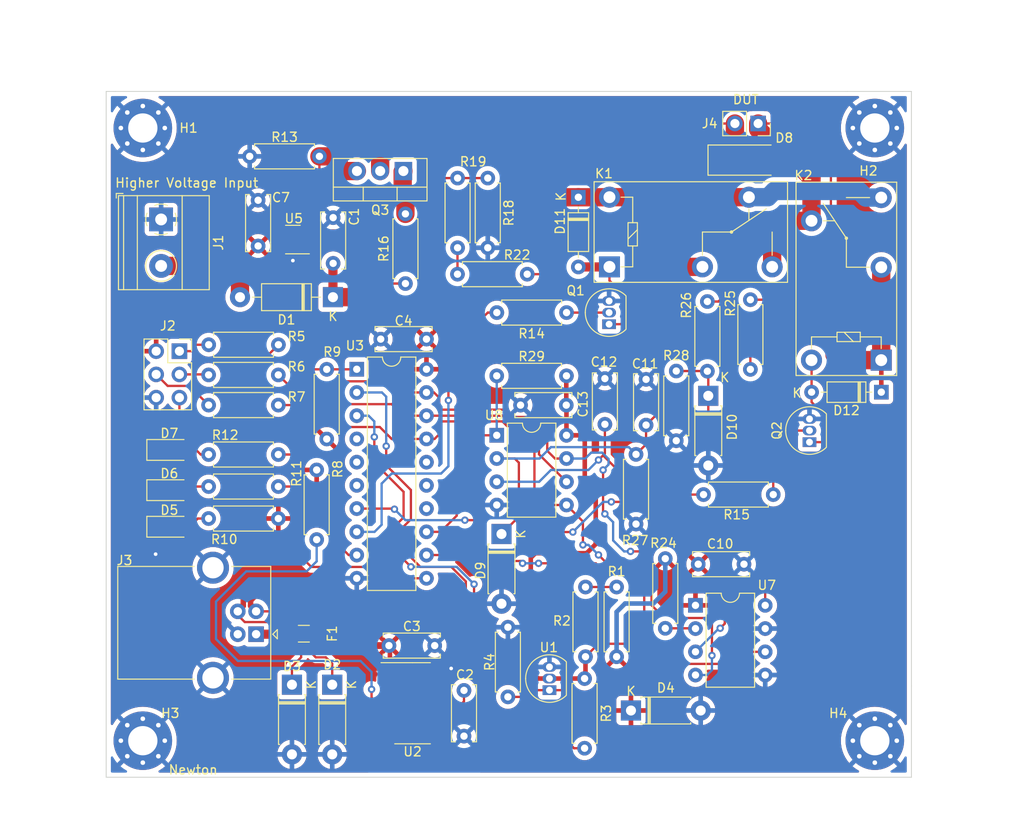
<source format=kicad_pcb>
(kicad_pcb (version 20211014) (generator pcbnew)
  (layers (0 "F.Cu" signal) (31 "B.Cu" signal) (34 "B.Paste" user) (35 "F.Paste" user) (36 "B.SilkS" user "B.Silkscreen") (37 "F.SilkS" user "F.Silkscreen") (38 "B.Mask" user) (39 "F.Mask" user) (44 "Edge.Cuts" user))
  (net 0 "")
  (net 1 "GND")
  (net 2 "Net-(K1-Pad2)")
  (net 3 "Net-(C2-Pad1)")
  (net 4 "+5V")
  (net 5 "Net-(C11-Pad1)")
  (net 6 "Net-(C12-Pad1)")
  (net 7 "3V_REF")
  (net 8 "Net-(D5-Pad2)")
  (net 9 "Net-(D6-Pad2)")
  (net 10 "Net-(D7-Pad2)")
  (net 11 "Net-(F1-Pad1)")
  (net 12 "Net-(J2-Pad1)")
  (net 13 "Net-(J2-Pad3)")
  (net 14 "Net-(J2-Pad4)")
  (net 15 "Net-(J2-Pad5)")
  (net 16 "+12V")
  (net 17 "Net-(D11-Pad2)")
  (net 18 "Net-(D12-Pad2)")
  (net 19 "Net-(R1-Pad2)")
  (net 20 "Net-(R3-Pad2)")
  (net 21 "/MISO")
  (net 22 "Net-(R8-Pad1)")
  (net 23 "Net-(R11-Pad2)")
  (net 24 "Net-(R12-Pad2)")
  (net 25 "/SCL")
  (net 26 "/MOSI")
  (net 27 "/Device Test/DAC_CS")
  (net 28 "/Device Test/ADC_CS")
  (net 31 "Net-(U2-Pad5)")
  (net 32 "Net-(U2-Pad6)")
  (net 41 "/Device Test/HIGH_FLIP")
  (net 42 "/Device Test/LOW_FLIP")
  (net 45 "Net-(D1-Pad2)")
  (net 46 "Net-(D8-Pad1)")
  (net 47 "Net-(D8-Pad2)")
  (net 48 "Net-(R16-Pad1)")
  (net 49 "Net-(R18-Pad1)")
  (net 50 "Net-(R22-Pad2)")
  (net 51 "Net-(R19-Pad2)")
  (net 52 "/D-")
  (net 53 "/D+")
  (net 54 "Net-(R14-Pad2)")
  (net 55 "Net-(Q2-Pad2)")
  (net 56 "Net-(R13-Pad1)")
  (net 57 "Net-(R16-Pad2)")
  (footprint "MountingHole:MountingHole_3.2mm_M3_Pad_Via" (layer "F.Cu") (at 177.7 60.315)
    (fp_text reference "H2")
    (fp_text value "M3")
  )
  (footprint "Resistor_THT:R_Axial_DIN0207_L6.3mm_D2.5mm_P7.62mm_Horizontal" (layer "F.Cu") (at 104.89 87.315)
    (fp_text reference "R6")
    (fp_text value "1k")
  )
  (footprint "Diode_THT:D_DO-41_SOD81_P7.62mm_Horizontal" (layer "F.Cu") (at 114 121.19 -90)
    (fp_text reference "D3")
    (fp_text value "P4KE7.5A")
  )
  (footprint "LED_SMD:LED_1206_3216Metric_Pad1.42x1.75mm_HandSolder" (layer "F.Cu") (at 100.6 103.92)
    (fp_text reference "D5")
    (fp_text value "XZVG55W-1")
  )
  (footprint "Resistor_THT:R_Axial_DIN0207_L6.3mm_D2.5mm_P7.62mm_Horizontal" (layer "F.Cu") (at 132.09 76.3)
    (fp_text reference "R22")
    (fp_text value "10k +/- 0.1%")
  )
  (footprint "Package_SO:SOIC-14_3.9x8.7mm_P1.27mm" (layer "F.Cu") (at 127.18 123.22)
    (fp_text reference "U2")
    (fp_text value "MCP2221AxSL")
  )
  (footprint "Resistor_THT:R_Axial_DIN0207_L6.3mm_D2.5mm_P7.62mm_Horizontal" (layer "F.Cu") (at 146.08 110.51 -90)
    (fp_text reference "R2")
    (fp_text value "10k")
  )
  (footprint "Package_DIP:DIP-8_W7.62mm" (layer "F.Cu") (at 136.38 93.92)
    (fp_text reference "U8")
    (fp_text value "MCP3002")
  )
  (footprint "Resistor_THT:R_Axial_DIN0207_L6.3mm_D2.5mm_P7.62mm_Horizontal" (layer "F.Cu") (at 166.6 100.4 180)
    (fp_text reference "R15")
    (fp_text value "1k")
  )
  (footprint "Resistor_THT:R_Axial_DIN0207_L6.3mm_D2.5mm_P7.62mm_Horizontal" (layer "F.Cu") (at 137.6 122.525 90)
    (fp_text reference "R4")
    (fp_text value "14.3k +/- 1%")
  )
  (footprint "Relay_THT:Relay_SPDT_Omron-G5Q-1" (layer "F.Cu") (at 178.4 85.7 90)
    (fp_text reference "K2")
    (fp_text value "G5Q-1")
  )
  (footprint "Resistor_THT:R_Axial_DIN0207_L6.3mm_D2.5mm_P7.62mm_Horizontal" (layer "F.Cu") (at 117 63.415 180)
    (fp_text reference "R13")
    (fp_text value "0.1 +/- 0.1%")
  )
  (footprint "Diode_THT:D_DO-35_SOD27_P7.62mm_Horizontal" (layer "F.Cu") (at 145.3 67.89 -90)
    (fp_text reference "D11")
    (fp_text value "1N4148")
  )
  (footprint "Capacitor_THT:C_Disc_D6.0mm_W2.5mm_P5.00mm" (layer "F.Cu") (at 163.4 108.015 180)
    (fp_text reference "C10")
    (fp_text value "0.1uF")
  )
  (footprint "Diode_THT:D_DO-41_SOD81_P10.16mm_Horizontal" (layer "F.Cu") (at 118.48 78.815 180)
    (fp_text reference "D1")
    (fp_text value "1N5817")
  )
  (footprint "Fuse:Fuse_1206_3216Metric_Pad1.42x1.75mm_HandSolder" (layer "F.Cu") (at 115.3 115.615)
    (fp_text reference "F1")
    (fp_text value "0.5A")
  )
  (footprint "Capacitor_THT:C_Disc_D6.0mm_W2.5mm_P5.00mm" (layer "F.Cu") (at 132.8 121.815 -90)
    (fp_text reference "C2")
    (fp_text value "0.1uF")
  )
  (footprint "Resistor_THT:R_Axial_DIN0207_L6.3mm_D2.5mm_P7.62mm_Horizontal" (layer "F.Cu") (at 144 87.415 180)
    (fp_text reference "R29")
    (fp_text value "10k")
  )
  (footprint "MountingHole:MountingHole_3.2mm_M3_Pad_Via" (layer "F.Cu") (at 97.7 127.315)
    (fp_text reference "H3")
    (fp_text value "M3")
  )
  (footprint "Capacitor_THT:C_Disc_D6.0mm_W2.5mm_P5.00mm" (layer "F.Cu") (at 129.6 116.915 180)
    (fp_text reference "C3")
    (fp_text value "0.1uF")
  )
  (footprint "Resistor_THT:R_Axial_DIN0207_L6.3mm_D2.5mm_P7.62mm_Horizontal" (layer "F.Cu") (at 164.1 86.71 90)
    (fp_text reference "R25")
    (fp_text value "4.02k +/- 1%")
  )
  (footprint "Resistor_THT:R_Axial_DIN0207_L6.3mm_D2.5mm_P7.62mm_Horizontal" (layer "F.Cu") (at 136.39 80.5)
    (fp_text reference "R14")
    (fp_text value "1k")
  )
  (footprint "Diode_THT:D_DO-41_SOD81_P7.62mm_Horizontal" (layer "F.Cu") (at 159.5 89.6 -90)
    (fp_text reference "D10")
    (fp_text value "BZX79-B2V7")
  )
  (footprint "Resistor_THT:R_Axial_DIN0207_L6.3mm_D2.5mm_P7.62mm_Horizontal" (layer "F.Cu") (at 116.7 105.325 90)
    (fp_text reference "R8")
    (fp_text value "10k")
  )
  (footprint "MountingHole:MountingHole_3.2mm_M3_Pad_Via" (layer "F.Cu") (at 97.7 60.315)
    (fp_text reference "H1")
    (fp_text value "M3")
  )
  (footprint "Package_TO_SOT_THT:TO-220-3_Vertical" (layer "F.Cu") (at 126.18 65.02 180)
    (fp_text reference "Q3")
    (fp_text value "IRF1010NPBF")
  )
  (footprint "Package_TO_SOT_THT:TO-92_Inline" (layer "F.Cu") (at 142.14 121.79 90)
    (fp_text reference "U1")
    (fp_text value "LM385Z-ADJ")
  )
  (footprint "Resistor_THT:R_Axial_DIN0207_L6.3mm_D2.5mm_P7.62mm_Horizontal" (layer "F.Cu") (at 104.89 103.02)
    (fp_text reference "R10")
    (fp_text value "620")
  )
  (footprint "Relay_THT:Relay_SPDT_Omron-G5Q-1" (layer "F.Cu") (at 148.7 75.5)
    (fp_text reference "K1")
    (fp_text value "G5Q-1")
  )
  (footprint "Connector_PinSocket_2.54mm:PinSocket_2x03_P2.54mm_Vertical" (layer "F.Cu") (at 101.7 84.72)
    (fp_text reference "J2")
    (fp_text value "Programmer Header")
  )
  (footprint "Connector_USB:USB_B_OST_USB-B1HSxx_Horizontal" (layer "F.Cu") (at 110.08 115.67 180)
    (fp_text reference "J3")
    (fp_text value "USB_A")
  )
  (footprint "Package_DIP:DIP-8_W7.62mm" (layer "F.Cu") (at 158.1 112.515)
    (fp_text reference "U7")
    (fp_text value "MCP4911")
  )
  (footprint "Capacitor_THT:C_Disc_D6.0mm_W2.5mm_P5.00mm" (layer "F.Cu") (at 152.7 92.8 90)
    (fp_text reference "C11")
    (fp_text value "0.1uF")
  )
  (footprint "Resistor_THT:R_Axial_DIN0207_L6.3mm_D2.5mm_P7.62mm_Horizontal" (layer "F.Cu") (at 156 94.51 90)
    (fp_text reference "R28")
    (fp_text value "1k +/- 1%")
  )
  (footprint "Diode_THT:D_DO-41_SOD81_P7.62mm_Horizontal" (layer "F.Cu") (at 151.05 124.015)
    (fp_text reference "D4")
    (fp_text value "P4KE7.5A")
  )
  (footprint "Resistor_THT:R_Axial_DIN0207_L6.3mm_D2.5mm_P7.62mm_Horizontal" (layer "F.Cu") (at 145.98 120.52 -90)
    (fp_text reference "R3")
    (fp_text value "10k")
  )
  (footprint "Resistor_THT:R_Axial_DIN0207_L6.3mm_D2.5mm_P7.62mm_Horizontal" (layer "F.Cu") (at 154.8 107.405 -90)
    (fp_text reference "R24")
    (fp_text value "10k")
  )
  (footprint "Diode_THT:D_DO-41_SOD81_P7.62mm_Horizontal" (layer "F.Cu") (at 118.4 121.19 -90)
    (fp_text reference "D2")
    (fp_text value "P4KE7.5A")
  )
  (footprint "Capacitor_THT:C_Disc_D6.0mm_W2.5mm_P5.00mm" (layer "F.Cu") (at 118.5 70.115 -90)
    (fp_text reference "C1")
    (fp_text value "10uF")
  )
  (footprint "Package_DIP:DIP-20_W7.62mm" (layer "F.Cu") (at 121.08 86.695)
    (fp_text reference "U3")
    (fp_text value "ATtiny2313-20P")
  )
  (footprint "Resistor_THT:R_Axial_DIN0207_L6.3mm_D2.5mm_P7.62mm_Horizontal" (layer "F.Cu") (at 151.6 103.625 90)
    (fp_text reference "R27")
    (fp_text value "1k +/- 1%")
  )
  (footprint "Resistor_THT:R_Axial_DIN0207_L6.3mm_D2.5mm_P7.62mm_Horizontal" (layer "F.Cu") (at 117.8 94.325 90)
    (fp_text reference "R9")
    (fp_text value "10k")
  )
  (footprint "Resistor_THT:R_Axial_DIN0207_L6.3mm_D2.5mm_P7.62mm_Horizontal" (layer "F.Cu") (at 149.48 118.13 90)
    (fp_text reference "R1")
    (fp_text value "10k")
  )
  (footprint "Package_TO_SOT_THT:TO-92_Inline" (layer "F.Cu") (at 148.66 81.77 90)
    (fp_text reference "Q1")
    (fp_text value "BS270")
  )
  (footprint "Connector_PinSocket_2.54mm:PinSocket_1x02_P2.54mm_Vertical" (layer "F.Cu") (at 164.95 59.825 -90)
    (fp_text reference "J4")
    (fp_text value "DUT Input")
  )
  (footprint "Package_TO_SOT_THT:TO-92_Inline" (layer "F.Cu") (at 170.56 94.67 90)
    (fp_text reference "Q2")
    (fp_text value "BS270")
  )
  (footprint "Resistor_THT:R_Axial_DIN0207_L6.3mm_D2.5mm_P7.62mm_Horizontal" (layer "F.Cu") (at 104.9 84.015)
    (fp_text reference "R5")
    (fp_text value "1k")
  )
  (footprint "Package_TO_SOT_SMD:SOT-23-5" (layer "F.Cu") (at 114.1 72.515 180)
    (fp_text reference "U5")
    (fp_text value "MCP6001-OT")
  )
  (footprint "MountingHole:MountingHole_3.2mm_M3_Pad_Via" (layer "F.Cu") (at 177.7 127.315)
    (fp_text reference "H4")
    (fp_text value "M3")
  )
  (footprint "Resistor_THT:R_Axial_DIN0207_L6.3mm_D2.5mm_P7.62mm_Horizontal" (layer "F.Cu") (at 126.4 77.325 90)
    (fp_text reference "R16")
    (fp_text value "1k")
  )
  (footprint "Diode_THT:D_DO-41_SOD81_P7.62mm_Horizontal" (layer "F.Cu") (at 136.9 104.715 -90)
    (fp_text reference "D9")
    (fp_text value "BZX79-B2V7")
  )
  (footprint "Diode_THT:D_DO-35_SOD27_P7.62mm_Horizontal" (layer "F.Cu") (at 178.41 89.2 180)
    (fp_text reference "D12")
    (fp_text value "1N4148")
  )
  (footprint "Capacitor_THT:C_Disc_D6.0mm_W2.5mm_P5.00mm" (layer "F.Cu") (at 110.3 68.215 -90)
    (fp_text reference "C7")
    (fp_text value "0.1uF")
  )
  (footprint "Resistor_THT:R_Axial_DIN0207_L6.3mm_D2.5mm_P7.62mm_Horizontal" (layer "F.Cu") (at 104.89 99.52)
    (fp_text reference "R11")
    (fp_text value "470")
  )
  (footprint "LED_SMD:LED_1206_3216Metric_Pad1.42x1.75mm_HandSolder" (layer "F.Cu") (at 100.6 99.92)
    (fp_text reference "D6")
    (fp_text value "XZCBD55W-1")
  )
  (footprint "Resistor_THT:R_Axial_DIN0207_L6.3mm_D2.5mm_P7.62mm_Horizontal" (layer "F.Cu") (at 159.4 86.91 90)
    (fp_text reference "R26")
    (fp_text value "4.02k +/- 1%")
  )
  (footprint "Capacitor_THT:C_Disc_D6.0mm_W2.5mm_P5.00mm" (layer "F.Cu") (at 123.7 83.4)
    (fp_text reference "C4")
    (fp_text value "0.1uF")
  )
  (footprint "Resistor_THT:R_Axial_DIN0207_L6.3mm_D2.5mm_P7.62mm_Horizontal" (layer "F.Cu") (at 104.89 96.02)
    (fp_text reference "R12")
    (fp_text value "470")
  )
  (footprint "Resistor_THT:R_Axial_DIN0207_L6.3mm_D2.5mm_P7.62mm_Horizontal" (layer "F.Cu") (at 104.89 90.615)
    (fp_text reference "R7")
    (fp_text value "1k")
  )
  (footprint "TerminalBlock_Phoenix:TerminalBlock_Phoenix_MKDS-1,5-2-5.08_1x02_P5.08mm_Horizontal" (layer "F.Cu") (at 99.7 70.315 -90)
    (fp_text reference "J1")
    (fp_text value "HV Input")
  )
  (footprint "Capacitor_THT:C_Disc_D6.0mm_W2.5mm_P5.00mm" (layer "F.Cu") (at 143.98 90.62 180)
    (fp_text reference "C13")
    (fp_text value "0.1uF")
  )
  (footprint "LED_SMD:LED_1206_3216Metric_Pad1.42x1.75mm_HandSolder" (layer "F.Cu") (at 100.6 95.52)
    (fp_text reference "D7")
    (fp_text value "XZCBD55W-1")
  )
  (footprint "Diode_SMD:D_SMA_Handsoldering" (layer "F.Cu") (at 163.87 63.825)
    (fp_text reference "D8")
    (fp_text value "1.5KE20CA")
  )
  (footprint "Resistor_THT:R_Axial_DIN0207_L6.3mm_D2.5mm_P7.62mm_Horizontal" (layer "F.Cu") (at 135.4 65.79 -90)
    (fp_text reference "R18")
    (fp_text value "10k +/- 0.1%")
  )
  (footprint "Capacitor_THT:C_Disc_D6.0mm_W2.5mm_P5.00mm" (layer "F.Cu") (at 148.2 92.715 90)
    (fp_text reference "C12")
    (fp_text value "0.1uF")
  )
  (footprint "Resistor_THT:R_Axial_DIN0207_L6.3mm_D2.5mm_P7.62mm_Horizontal" (layer "F.Cu") (at 132.1 65.79 -90)
    (fp_text reference "R19")
    (fp_text value "10k +/- 0.1%")
  )
  (gr_line (start 180.7 56.315) (end 181.7 56.315) (layer "Edge.Cuts") (width 0.1))
  (gr_line (start 94.7 56.315) (end 174.7 56.315) (layer "Edge.Cuts") (width 0.1))
  (gr_line (start 181.7 56.315) (end 181.7 121.315) (layer "Edge.Cuts") (width 0.1))
  (gr_line (start 181.7 131.315) (end 93.7 131.315) (layer "Edge.Cuts") (width 0.1))
  (gr_line (start 174.7 56.315) (end 180.7 56.315) (layer "Edge.Cuts") (width 0.1))
  (gr_line (start 93.7 56.315) (end 93.7 131.315) (layer "Edge.Cuts") (width 0.1))
  (gr_line (start 94.7 56.315) (end 93.7 56.315) (layer "Edge.Cuts") (width 0.1))
  (gr_line (start 181.7 121.315) (end 181.7 131.315) (layer "Edge.Cuts") (width 0.1))
  (gr_text "Higher Voltage Input" (at 102.4985 66.315) (layer "F.SilkS") (effects (font (size 1 1))))
  (gr_text "DUT" (at 163.6 57.2) (layer "F.SilkS") (effects (font (size 1 1))))
  (gr_text "Newton" (at 103.2 130.5) (layer "F.SilkS") (effects (font (size 1 1))))
  (segment (start 129.655 119.41) (end 131.395 119.41) (width 0.5) (layer "F.Cu") (net 1))
  (segment (start 99.1125 103.92) (end 99.1125 106.9025) (width 0.5) (layer "F.Cu") (net 1))
  (segment (start 114.1 72.715) (end 114.1 74.815) (width 0.5) (layer "F.Cu") (net 1))
  (segment (start 99.1125 95.52) (end 99.1125 99.92) (width 0.5) (layer "F.Cu") (net 1))
  (segment (start 131.395 119.41) (end 131.4 119.415) (width 0.5) (layer "F.Cu") (net 1))
  (segment (start 99.1125 106.9025) (end 99.1 106.915) (width 0.5) (layer "F.Cu") (net 1))
  (segment (start 114.3 72.515) (end 114.1 72.715) (width 0.5) (layer "F.Cu") (net 1))
  (segment (start 115.2375 72.515) (end 114.3 72.515) (width 0.5) (layer "F.Cu") (net 1))
  (segment (start 99.1125 99.92) (end 99.1125 103.92) (width 0.5) (layer "F.Cu") (net 1))
  (via (at 114.1 74.815) (size 0.8) (drill 0.4) (layers "F.Cu" "B.Cu") (net 1))
  (via (at 99.1 106.915) (size 0.8) (drill 0.4) (layers "F.Cu" "B.Cu") (net 1))
  (via (at 131.4 119.415) (size 0.8) (drill 0.4) (layers "F.Cu" "B.Cu") (net 1))
  (segment (start 155.5 66.9) (end 155.5 74.6) (width 2) (layer "F.Cu") (net 2))
  (segment (start 155.5 74.6) (end 156.4 75.5) (width 2) (layer "F.Cu") (net 2))
  (segment (start 124.6 61.4) (end 150 61.4) (width 2) (layer "F.Cu") (net 2))
  (segment (start 150 61.4) (end 155.5 66.9) (width 2) (layer "F.Cu") (net 2))
  (segment (start 123.64 62.36) (end 124.6 61.4) (width 2) (layer "F.Cu") (net 2))
  (segment (start 156.4 75.5) (end 158.86 75.5) (width 2) (layer "F.Cu") (net 2))
  (segment (start 123.64 65.02) (end 123.64 62.36) (width 2) (layer "F.Cu") (net 2))
  (segment (start 129.655 123.22) (end 132.595 123.22) (width 0.25) (layer "F.Cu") (net 3))
  (segment (start 132.8 123.015) (end 132.8 121.815) (width 0.25) (layer "F.Cu") (net 3))
  (segment (start 132.595 123.22) (end 132.8 123.015) (width 0.25) (layer "F.Cu") (net 3))
  (segment (start 116.7875 115.615) (end 119.715 115.615) (width 0.75) (layer "F.Cu") (net 4))
  (segment (start 124.705 119.41) (end 124.705 117.02) (width 0.5) (layer "F.Cu") (net 4))
  (segment (start 119.715 115.615) (end 121.015 116.915) (width 0.75) (layer "F.Cu") (net 4))
  (segment (start 121.015 116.915) (end 124.6 116.915) (width 0.75) (layer "F.Cu") (net 4))
  (segment (start 154.8 111.015) (end 153.5 112.315) (width 0.5) (layer "B.Cu") (net 4))
  (segment (start 149.48 113.235) (end 150.4 112.315) (width 0.5) (layer "B.Cu") (net 4))
  (segment (start 150.4 112.315) (end 153.5 112.315) (width 0.5) (layer "B.Cu") (net 4))
  (segment (start 154.8 107.405) (end 154.8 111.015) (width 0.5) (layer "B.Cu") (net 4))
  (segment (start 149.48 118.13) (end 149.48 113.235) (width 0.5) (layer "B.Cu") (net 4))
  (segment (start 163.7 85) (end 164.1 85.4) (width 0.25) (layer "F.Cu") (net 5))
  (segment (start 152.7 92.8) (end 154.3 91.2) (width 0.25) (layer "F.Cu") (net 5))
  (segment (start 164.1 85.4) (end 164.1 86.71) (width 0.25) (layer "F.Cu") (net 5))
  (segment (start 154.3 91.2) (end 154.3 85.8) (width 0.25) (layer "F.Cu") (net 5))
  (segment (start 138.8 102.815) (end 136.9 104.715) (width 0.25) (layer "F.Cu") (net 5))
  (segment (start 136.38 96.46) (end 138.345 96.46) (width 0.25) (layer "F.Cu") (net 5))
  (segment (start 138.8 96.915) (end 138.8 102.815) (width 0.25) (layer "F.Cu") (net 5))
  (segment (start 138.345 96.46) (end 138.8 96.915) (width 0.25) (layer "F.Cu") (net 5))
  (segment (start 152.7 94.905) (end 151.6 96.005) (width 0.25) (layer "F.Cu") (net 5))
  (segment (start 152.7 92.8) (end 152.7 94.905) (width 0.25) (layer "F.Cu") (net 5))
  (segment (start 154.3 85.8) (end 155.1 85) (width 0.25) (layer "F.Cu") (net 5))
  (segment (start 155.1 85) (end 163.7 85) (width 0.25) (layer "F.Cu") (net 5))
  (segment (start 150.81 95.215) (end 151.6 96.005) (width 0.25) (layer "B.Cu") (net 5))
  (segment (start 141.055 96.46) (end 142.3 95.215) (width 0.25) (layer "B.Cu") (net 5))
  (segment (start 136.38 96.46) (end 141.055 96.46) (width 0.25) (layer "B.Cu") (net 5))
  (segment (start 142.3 95.215) (end 150.81 95.215) (width 0.25) (layer "B.Cu") (net 5))
  (segment (start 159.5 89.6) (end 159.5 94) (width 0.25) (layer "F.Cu") (net 6))
  (segment (start 156 86.89) (end 159.38 86.89) (width 0.25) (layer "F.Cu") (net 6))
  (segment (start 153.6 97.615) (end 149.5 97.615) (width 0.25) (layer "F.Cu") (net 6))
  (segment (start 148.2 95.915) (end 148.2 92.715) (width 0.25) (layer "F.Cu") (net 6))
  (segment (start 159.5 89.6) (end 159.5 87.01) (width 0.25) (layer "F.Cu") (net 6))
  (segment (start 159.5 94) (end 156.385 97.115) (width 0.25) (layer "F.Cu") (net 6))
  (segment (start 156.385 97.115) (end 154.1 97.115) (width 0.25) (layer "F.Cu") (net 6))
  (segment (start 154.1 97.115) (end 153.6 97.615) (width 0.25) (layer "F.Cu") (net 6))
  (segment (start 148 96.115) (end 148.2 95.915) (width 0.25) (layer "F.Cu") (net 6))
  (segment (start 149.5 97.615) (end 148 96.115) (width 0.25) (layer "F.Cu") (net 6))
  (segment (start 147.5 96.615) (end 148 96.115) (width 0.25) (layer "F.Cu") (net 6))
  (via (at 147.5 96.615) (size 0.8) (drill 0.4) (layers "F.Cu" "B.Cu") (net 6))
  (segment (start 142.3 97.715) (end 146.4 97.715) (width 0.25) (layer "B.Cu") (net 6))
  (segment (start 141.015 99) (end 142.3 97.715) (width 0.25) (layer "B.Cu") (net 6))
  (segment (start 136.38 99) (end 141.015 99) (width 0.25) (layer "B.Cu") (net 6))
  (segment (start 146.4 97.715) (end 147.5 96.615) (width 0.25) (layer "B.Cu") (net 6))
  (segment (start 163.02 117.595) (end 161.7 118.915) (width 0.25) (layer "F.Cu") (net 7))
  (segment (start 139.8 108.915) (end 140.1 108.615) (width 0.5) (layer "F.Cu") (net 7))
  (segment (start 146 99.115) (end 146 94.515) (width 0.5) (layer "F.Cu") (net 7))
  (segment (start 147.2 105.815) (end 147.2 100.315) (width 0.5) (layer "F.Cu") (net 7))
  (segment (start 146.2 106.815) (end 147.2 105.815) (width 0.5) (layer "F.Cu") (net 7))
  (segment (start 161.7 118.915) (end 153.2 118.915) (width 0.25) (layer "F.Cu") (net 7))
  (segment (start 165.72 117.595) (end 163.02 117.595) (width 0.25) (layer "F.Cu") (net 7))
  (segment (start 140.6 106.815) (end 146.2 106.815) (width 0.5) (layer "F.Cu") (net 7))
  (segment (start 143.98 90.62) (end 143.98 87.435) (width 0.5) (layer "F.Cu") (net 7))
  (segment (start 147.495 116.715) (end 146.08 118.13) (width 0.25) (layer "F.Cu") (net 7))
  (segment (start 151 116.715) (end 147.495 116.715) (width 0.25) (layer "F.Cu") (net 7))
  (segment (start 147.2 100.315) (end 146 99.115) (width 0.5) (layer "F.Cu") (net 7))
  (segment (start 153.2 118.915) (end 151 116.715) (width 0.25) (layer "F.Cu") (net 7))
  (segment (start 146 94.515) (end 145.405 93.92) (width 0.5) (layer "F.Cu") (net 7))
  (segment (start 144 93.92) (end 144 90.64) (width 0.5) (layer "F.Cu") (net 7))
  (segment (start 140.1 107.315) (end 140.6 106.815) (width 0.5) (layer "F.Cu") (net 7))
  (segment (start 142.14 120.52) (end 145.98 120.52) (width 0.5) (layer "F.Cu") (net 7))
  (segment (start 145.405 93.92) (end 144 93.92) (width 0.5) (layer "F.Cu") (net 7))
  (segment (start 140.89 120.52) (end 139.8 119.43) (width 0.5) (layer "F.Cu") (net 7))
  (segment (start 140.1 108.615) (end 140.1 107.315) (width 0.5) (layer "F.Cu") (net 7))
  (segment (start 139.8 119.43) (end 139.8 108.915) (width 0.5) (layer "F.Cu") (net 7))
  (segment (start 146.08 118.13) (end 146.08 120.42) (width 0.5) (layer "F.Cu") (net 7))
  (segment (start 142.14 120.52) (end 140.89 120.52) (width 0.5) (layer "F.Cu") (net 7))
  (segment (start 103.32 104.015) (end 102.1825 104.015) (width 0.25) (layer "F.Cu") (net 8))
  (segment (start 103.715 103.02) (end 103.42 103.315) (width 0.25) (layer "F.Cu") (net 8))
  (segment (start 104.89 103.02) (end 103.715 103.02) (width 0.25) (layer "F.Cu") (net 8))
  (segment (start 103.42 103.315) (end 103.42 103.915) (width 0.25) (layer "F.Cu") (net 8))
  (segment (start 103.42 103.915) (end 103.32 104.015) (width 0.25) (layer "F.Cu") (net 8))
  (segment (start 102.0875 99.92) (end 103.015 99.92) (width 0.25) (layer "F.Cu") (net 9))
  (segment (start 103.015 99.92) (end 103.42 99.515) (width 0.25) (layer "F.Cu") (net 9))
  (segment (start 103.42 99.515) (end 103.425 99.52) (width 0.25) (layer "F.Cu") (net 9))
  (segment (start 103.425 99.52) (end 104.89 99.52) (width 0.25) (layer "F.Cu") (net 9))
  (segment (start 104.89 96.02) (end 104.025 96.02) (width 0.25) (layer "F.Cu") (net 10))
  (segment (start 103.525 95.52) (end 102.0875 95.52) (width 0.25) (layer "F.Cu") (net 10))
  (segment (start 104.025 96.02) (end 103.525 95.52) (width 0.25) (layer "F.Cu") (net 10))
  (segment (start 110.08 115.67) (end 113.7575 115.67) (width 1) (layer "F.Cu") (net 11))
  (segment (start 103.3 84.215) (end 103.5 84.015) (width 0.25) (layer "F.Cu") (net 12))
  (segment (start 103.3 84.515) (end 103.3 84.215) (width 0.25) (layer "F.Cu") (net 12))
  (segment (start 103.5 84.015) (end 104.9 84.015) (width 0.25) (layer "F.Cu") (net 12))
  (segment (start 103.095 84.72) (end 103.3 84.515) (width 0.25) (layer "F.Cu") (net 12))
  (segment (start 101.7 84.72) (end 103.095 84.72) (width 0.25) (layer "F.Cu") (net 12))
  (segment (start 101.7 87.26) (end 104.835 87.26) (width 0.25) (layer "F.Cu") (net 13))
  (segment (start 100.415 88.515) (end 102.79 88.515) (width 0.25) (layer "F.Cu") (net 14))
  (segment (start 99.16 87.26) (end 100.415 88.515) (width 0.25) (layer "F.Cu") (net 14))
  (segment (start 102.79 88.515) (end 104.89 90.615) (width 0.25) (layer "F.Cu") (net 14))
  (segment (start 110 90.915) (end 110 83.515) (width 0.25) (layer "F.Cu") (net 15))
  (segment (start 115.39 86.705) (end 117.8 86.705) (width 0.25) (layer "F.Cu") (net 15))
  (segment (start 111.1 82.415) (end 113.9 82.415) (width 0.25) (layer "F.Cu") (net 15))
  (segment (start 110 83.515) (end 111.1 82.415) (width 0.25) (layer "F.Cu") (net 15))
  (segment (start 101.7 89.8) (end 101.7 91.315) (width 0.25) (layer "F.Cu") (net 15))
  (segment (start 101.7 91.315) (end 102.5 92.115) (width 0.25) (layer "F.Cu") (net 15))
  (segment (start 114.5 85.815) (end 115.39 86.705) (width 0.25) (layer "F.Cu") (net 15))
  (segment (start 117.8 86.705) (end 121.07 86.705) (width 0.25) (layer "F.Cu") (net 15))
  (segment (start 102.5 92.115) (end 108.8 92.115) (width 0.25) (layer "F.Cu") (net 15))
  (segment (start 113.9 82.415) (end 114.5 83.015) (width 0.25) (layer "F.Cu") (net 15))
  (segment (start 108.8 92.115) (end 110 90.915) (width 0.25) (layer "F.Cu") (net 15))
  (segment (start 114.5 83.015) (end 114.5 85.815) (width 0.25) (layer "F.Cu") (net 15))
  (segment (start 148.7 67.88) (end 150.78 67.88) (width 2) (layer "F.Cu") (net 16))
  (segment (start 138.7 68.6) (end 139.41 67.89) (width 2) (layer "F.Cu") (net 16))
  (segment (start 173.3 82.6) (end 173.3 85.1) (width 2) (layer "F.Cu") (net 16))
  (segment (start 152.6 81.2) (end 153.1 81.7) (width 2) (layer "F.Cu") (net 16))
  (segment (start 150.78 67.88) (end 152.6 69.7) (width 2) (layer "F.Cu") (net 16))
  (segment (start 118.48 78.815) (end 118.48 75.135) (width 1) (layer "F.Cu") (net 16))
  (segment (start 123.7 79.9) (end 132.2 79.9) (width 2) (layer "F.Cu") (net 16))
  (segment (start 132.2 79.9) (end 138.7 73.4) (width 2) (layer "F.Cu") (net 16))
  (segment (start 152.6 69.7) (end 152.6 81.2) (width 2) (layer "F.Cu") (net 16))
  (segment (start 139.41 67.89) (end 145.3 67.89) (width 2) (layer "F.Cu") (net 16))
  (segment (start 173.3 85.1) (end 173.9 85.7) (width 2) (layer "F.Cu") (net 16))
  (segment (start 138.7 73.4) (end 138.7 68.6) (width 2) (layer "F.Cu") (net 16))
  (segment (start 178.41 89.2) (end 178.41 85.71) (width 0.5) (layer "F.Cu") (net 16))
  (segment (start 172.4 81.7) (end 173.3 82.6) (width 2) (layer "F.Cu") (net 16))
  (segment (start 118.48 78.815) (end 122.615 78.815) (width 2) (layer "F.Cu") (net 16))
  (segment (start 145.3 67.89) (end 148.69 67.89) (width 2) (layer "F.Cu") (net 16))
  (segment (start 122.615 78.815) (end 123.7 79.9) (width 2) (layer "F.Cu") (net 16))
  (segment (start 178.4 85.7) (end 178.4 75.54) (width 2) (layer "F.Cu") (net 16))
  (segment (start 173.9 85.7) (end 178.4 85.7) (width 2) (layer "F.Cu") (net 16))
  (segment (start 153.1 81.7) (end 172.4 81.7) (width 2) (layer "F.Cu") (net 16))
  (segment (start 149.9 77.4) (end 150.4 77.9) (width 0.25) (layer "F.Cu") (net 17))
  (segment (start 148.7 75.5) (end 148.7 77) (width 0.25) (layer "F.Cu") (net 17))
  (segment (start 149.1 77.4) (end 149.9 77.4) (width 0.25) (layer "F.Cu") (net 17))
  (segment (start 145.3 75.51) (end 148.69 75.51) (width 1) (layer "F.Cu") (net 17))
  (segment (start 148.7 77) (end 149.1 77.4) (width 0.25) (layer "F.Cu") (net 17))
  (segment (start 149.93 81.77) (end 148.66 81.77) (width 0.25) (layer "F.Cu") (net 17))
  (segment (start 150.4 77.9) (end 150.4 81.3) (width 0.25) (layer "F.Cu") (net 17))
  (segment (start 150.4 81.3) (end 149.93 81.77) (width 0.25) (layer "F.Cu") (net 17))
  (segment (start 172.13 94.67) (end 170.56 94.67) (width 0.25) (layer "F.Cu") (net 18))
  (segment (start 172.2 90.6) (end 172.7 91.1) (width 0.25) (layer "F.Cu") (net 18))
  (segment (start 170.79 90.29) (end 171.1 90.6) (width 0.25) (layer "F.Cu") (net 18))
  (segment (start 170.79 89.2) (end 170.79 85.71) (width 0.25) (layer "F.Cu") (net 18))
  (segment (start 172.7 94.1) (end 172.13 94.67) (width 0.25) (layer "F.Cu") (net 18))
  (segment (start 172.7 91.1) (end 172.7 94.1) (width 0.25) (layer "F.Cu") (net 18))
  (segment (start 170.79 89.2) (end 170.79 90.29) (width 0.25) (layer "F.Cu") (net 18))
  (segment (start 171.1 90.6) (end 172.2 90.6) (width 0.25) (layer "F.Cu") (net 18))
  (segment (start 146.08 110.51) (end 149.48 110.51) (width 0.25) (layer "F.Cu") (net 19))
  (segment (start 144.6 122.315) (end 144.6 127.915) (width 0.25) (layer "F.Cu") (net 20))
  (segment (start 142.14 121.79) (end 144.075 121.79) (width 0.25) (layer "F.Cu") (net 20))
  (segment (start 144.075 121.79) (end 144.6 122.315) (width 0.25) (layer "F.Cu") (net 20))
  (segment (start 144.825 128.14) (end 145.98 128.14) (width 0.25) (layer "F.Cu") (net 20))
  (segment (start 144.6 127.915) (end 144.825 128.14) (width 0.25) (layer "F.Cu") (net 20))
  (segment (start 137.6 122.525) (end 139.19 122.525) (width 0.25) (layer "F.Cu") (net 20))
  (segment (start 139.19 122.525) (end 139.925 121.79) (width 0.25) (layer "F.Cu") (net 20))
  (segment (start 139.925 121.79) (end 142.14 121.79) (width 0.25) (layer "F.Cu") (net 20))
  (segment (start 119.4 90.515) (end 117.9 89.015) (width 0.25) (layer "F.Cu") (net 21))
  (segment (start 141 96) (end 144 99) (width 0.25) (layer "F.Cu") (net 21))
  (segment (start 110.8 88.415) (end 111.4 89.015) (width 0.25) (layer "F.Cu") (net 21))
  (segment (start 111.4 89.015) (end 117.9 89.015) (width 0.25) (layer "F.Cu") (net 21))
  (segment (start 112.52 84.015) (end 110.8 85.735) (width 0.25) (layer "F.Cu") (net 21))
  (segment (start 137.635704 92.4) (end 140.2 92.4) (width 0.25) (layer "F.Cu") (net 21))
  (segment (start 141 93.2) (end 141 96) (width 0.25) (layer "F.Cu") (net 21))
  (segment (start 126.16 91.775) (end 124.9 90.515) (width 0.25) (layer "F.Cu") (net 21))
  (segment (start 128.7 91.775) (end 137.010704 91.775) (width 0.25) (layer "F.Cu") (net 21))
  (segment (start 110.8 85.735) (end 110.8 88.415) (width 0.25) (layer "F.Cu") (net 21))
  (segment (start 137.010704 91.775) (end 137.635704 92.4) (width 0.25) (layer "F.Cu") (net 21))
  (segment (start 128.7 91.775) (end 126.16 91.775) (width 0.25) (layer "F.Cu") (net 21))
  (segment (start 140.2 92.4) (end 141 93.2) (width 0.25) (layer "F.Cu") (net 21))
  (segment (start 124.9 90.515) (end 119.4 90.515) (width 0.25) (layer "F.Cu") (net 21))
  (segment (start 122.7 121.7) (end 122.7 122.6) (width 0.25) (layer "F.Cu") (net 22))
  (segment (start 122.7 122.6) (end 123.32 123.22) (width 0.25) (layer "F.Cu") (net 22))
  (segment (start 123.32 123.22) (end 124.705 123.22) (width 0.25) (layer "F.Cu") (net 22))
  (via (at 122.7 121.7) (size 0.8) (drill 0.4) (layers "F.Cu" "B.Cu") (net 22))
  (segment (start 121.5 118.6) (end 122.7 119.8) (width 0.25) (layer "B.Cu") (net 22))
  (segment (start 109 108.8) (end 105.7 112.1) (width 0.25) (layer "B.Cu") (net 22))
  (segment (start 105.7 116.2) (end 108.1 118.6) (width 0.25) (layer "B.Cu") (net 22))
  (segment (start 122.7 119.8) (end 122.7 121.7) (width 0.25) (layer "B.Cu") (net 22))
  (segment (start 116.7 105.325) (end 116.7 107.7) (width 0.25) (layer "B.Cu") (net 22))
  (segment (start 115.6 108.8) (end 116.7 107.7) (width 0.25) (layer "B.Cu") (net 22))
  (segment (start 109 108.8) (end 115.6 108.8) (width 0.25) (layer "B.Cu") (net 22))
  (segment (start 105.7 112.1) (end 105.7 116.2) (width 0.25) (layer "B.Cu") (net 22))
  (segment (start 108.1 118.6) (end 121.5 118.6) (width 0.25) (layer "B.Cu") (net 22))
  (segment (start 114.7 100.1) (end 114.7 106.9) (width 0.25) (layer "F.Cu") (net 23))
  (segment (start 126.44 109.555) (end 128.7 109.555) (width 0.25) (layer "F.Cu") (net 23))
  (segment (start 116.115 108.315) (end 125.2 108.315) (width 0.25) (layer "F.Cu") (net 23))
  (segment (start 114.12 99.52) (end 114.7 100.1) (width 0.25) (layer "F.Cu") (net 23))
  (segment (start 112.51 99.52) (end 114.12 99.52) (width 0.25) (layer "F.Cu") (net 23))
  (segment (start 125.2 108.315) (end 126.44 109.555) (width 0.25) (layer "F.Cu") (net 23))
  (segment (start 114.7 106.9) (end 116.115 108.315) (width 0.25) (layer "F.Cu") (net 23))
  (segment (start 118.02 96.02) (end 118.7 96.7) (width 0.25) (layer "F.Cu") (net 24))
  (segment (start 120.2 107.015) (end 121.08 107.015) (width 0.25) (layer "F.Cu") (net 24))
  (segment (start 118.7 98.915) (end 118 99.615) (width 0.25) (layer "F.Cu") (net 24))
  (segment (start 118 99.615) (end 118 104.815) (width 0.25) (layer "F.Cu") (net 24))
  (segment (start 118 104.815) (end 120.2 107.015) (width 0.25) (layer "F.Cu") (net 24))
  (segment (start 118.7 96.7) (end 118.7 98.915) (width 0.25) (layer "F.Cu") (net 24))
  (segment (start 112.51 96.02) (end 118.02 96.02) (width 0.25) (layer "F.Cu") (net 24))
  (segment (start 148 102.315) (end 148.2 102.515) (width 0.25) (layer "F.Cu") (net 25))
  (segment (start 129.52 89.235) (end 130.1 89.815) (width 0.25) (layer "F.Cu") (net 25))
  (segment (start 128.7 89.235) (end 129.52 89.235) (width 0.25) (layer "F.Cu") (net 25))
  (segment (start 119.9 88.015) (end 125.6 88.015) (width 0.25) (layer "F.Cu") (net 25))
  (segment (start 151 106.615) (end 152.5 106.615) (width 0.25) (layer "F.Cu") (net 25))
  (segment (start 113.51 88.315) (end 119.6 88.315) (width 0.25) (layer "F.Cu") (net 25))
  (segment (start 138.3 91.915) (end 140.9 91.915) (width 0.25) (layer "F.Cu") (net 25))
  (segment (start 141.9 95.615) (end 142.745 96.46) (width 0.25) (layer "F.Cu") (net 25))
  (segment (start 148 97.715) (end 148 102.315) (width 0.25) (layer "F.Cu") (net 25))
  (segment (start 161.3 106.715) (end 160.5 105.915) (width 0.25) (layer "F.Cu") (net 25))
  (segment (start 112.51 87.315) (end 113.51 88.315) (width 0.25) (layer "F.Cu") (net 25))
  (segment (start 130.1 91.015) (end 130.2 91.115) (width 0.25) (layer "F.Cu") (net 25))
  (segment (start 140.9 91.915) (end 141.9 92.915) (width 0.25) (layer "F.Cu") (net 25))
  (segment (start 161.3 114.515) (end 161.3 106.715) (width 0.25) (layer "F.Cu") (net 25))
  (segment (start 130.1 89.815) (end 130.1 91.015) (width 0.25) (layer "F.Cu") (net 25))
  (segment (start 126.82 89.235) (end 128.7 89.235) (width 0.25) (layer "F.Cu") (net 25))
  (segment (start 161.3 114.515) (end 160.8 115.015) (width 0.25) (layer "F.Cu") (net 25))
  (segment (start 119.6 88.315) (end 119.9 88.015) (width 0.25) (layer "F.Cu") (net 25))
  (segment (start 125.6 88.015) (end 126.82 89.235) (width 0.25) (layer "F.Cu") (net 25))
  (segment (start 142.745 96.46) (end 144 96.46) (width 0.25) (layer "F.Cu") (net 25))
  (segment (start 130.2 91.115) (end 137.5 91.115) (width 0.25) (layer "F.Cu") (net 25))
  (segment (start 153.2 105.915) (end 160.5 105.915) (width 0.25) (layer "F.Cu") (net 25))
  (segment (start 137.5 91.115) (end 138.3 91.915) (width 0.25) (layer "F.Cu") (net 25))
  (segment (start 152.5 106.615) (end 153.2 105.915) (width 0.25) (layer "F.Cu") (net 25))
  (segment (start 141.9 92.915) (end 141.9 95.615) (width 0.25) (layer "F.Cu") (net 25))
  (via (at 148.2 102.515) (size 0.8) (drill 0.4) (layers "F.Cu" "B.Cu") (net 25))
  (via (at 151 106.615) (size 0.8) (drill 0.4) (layers "F.Cu" "B.Cu") (net 25))
  (via (at 160.8 115.015) (size 0.8) (drill 0.4) (layers "F.Cu" "B.Cu") (net 25))
  (via (at 148 97.715) (size 0.8) (drill 0.4) (layers "F.Cu" "B.Cu") (net 25))
  (segment (start 148.2 102.515) (end 149.1 103.415) (width 0.25) (layer "B.Cu") (net 25))
  (segment (start 148.6 97.115) (end 148 97.715) (width 0.25) (layer "B.Cu") (net 25))
  (segment (start 144 96.46) (end 146.055 96.46) (width 0.25) (layer "B.Cu") (net 25))
  (segment (start 160.8 115.015) (end 160.68 115.015) (width 0.25) (layer "B.Cu") (net 25))
  (segment (start 149.1 105.415) (end 150.3 106.615) (width 0.25) (layer "B.Cu") (net 25))
  (segment (start 149.1 103.415) (end 149.1 105.415) (width 0.25) (layer "B.Cu") (net 25))
  (segment (start 147.9 95.815) (end 148.6 96.515) (width 0.25) (layer "B.Cu") (net 25))
  (segment (start 146.7 95.815) (end 147.9 95.815) (width 0.25) (layer "B.Cu") (net 25))
  (segment (start 148.6 96.515) (end 148.6 97.115) (width 0.25) (layer "B.Cu") (net 25))
  (segment (start 150.3 106.615) (end 151 106.615) (width 0.25) (layer "B.Cu") (net 25))
  (segment (start 160.68 115.015) (end 158.1 117.595) (width 0.25) (layer "B.Cu") (net 25))
  (segment (start 146.055 96.46) (end 146.7 95.815) (width 0.25) (layer "B.Cu") (net 25))
  (segment (start 128.7 94.315) (end 129.585 94.315) (width 0.25) (layer "F.Cu") (net 26))
  (segment (start 130.1 93.8) (end 130.1 92.7) (width 0.25) (layer "F.Cu") (net 26))
  (segment (start 129.585 94.315) (end 130.1 93.8) (width 0.25) (layer "F.Cu") (net 26))
  (segment (start 145.8 103.34) (end 145.8 105.9) (width 0.25) (layer "F.Cu") (net 26))
  (segment (start 144 101.54) (end 145.8 103.34) (width 0.25) (layer "F.Cu") (net 26))
  (segment (start 142.34 101.54) (end 144 101.54) (width 0.25) (layer "F.Cu") (net 26))
  (segment (start 155.8 113.3) (end 156.4 113.9) (width 0.25) (layer "F.Cu") (net 26))
  (segment (start 123.6 93.015) (end 124.9 94.315) (width 0.25) (layer "F.Cu") (net 26))
  (segment (start 137.5 92.9) (end 139.7 92.9) (width 0.25) (layer "F.Cu") (net 26))
  (segment (start 140.5 93.7) (end 140.5 99.7) (width 0.25) (layer "F.Cu") (net 26))
  (segment (start 148.9 108.4) (end 152.1 108.4) (width 0.25) (layer "F.Cu") (net 26))
  (segment (start 139.7 92.9) (end 140.5 93.7) (width 0.25) (layer "F.Cu") (net 26))
  (segment (start 154.1 113.3) (end 155.8 113.3) (width 0.25) (layer "F.Cu") (net 26))
  (segment (start 130.1 92.7) (end 130.4 92.4) (width 0.25) (layer "F.Cu") (net 26))
  (segment (start 117 90.615) (end 119.4 93.015) (width 0.25) (layer "F.Cu") (net 26))
  (segment (start 112.51 90.615) (end 117 90.615) (width 0.25) (layer "F.Cu") (net 26))
  (segment (start 159.5 113.9) (end 159.9 114.3) (width 0.25) (layer "F.Cu") (net 26))
  (segment (start 140.5 99.7) (end 142.34 101.54) (width 0.25) (layer "F.Cu") (net 26))
  (segment (start 130.4 92.4) (end 137 92.4) (width 0.25) (layer "F.Cu") (net 26))
  (segment (start 119.4 93.015) (end 123.6 93.015) (width 0.25) (layer "F.Cu") (net 26))
  (segment (start 137 92.4) (end 137.5 92.9) (width 0.25) (layer "F.Cu") (net 26))
  (segment (start 152.1 108.4) (end 153.3 109.6) (width 0.25) (layer "F.Cu") (net 26))
  (segment (start 124.9 94.315) (end 128.7 94.315) (width 0.25) (layer "F.Cu") (net 26))
  (segment (start 156.4 113.9) (end 159.5 113.9) (width 0.25) (layer "F.Cu") (net 26))
  (segment (start 147.5 107) (end 148.9 108.4) (width 0.25) (layer "F.Cu") (net 26))
  (segment (start 153.3 109.6) (end 153.3 112.5) (width 0.25) (layer "F.Cu") (net 26))
  (segment (start 153.3 112.5) (end 154.1 113.3) (width 0.25) (layer "F.Cu") (net 26))
  (segment (start 159.9 114.3) (end 159.9 118) (width 0.25) (layer "F.Cu") (net 26))
  (via (at 147.5 107) (size 0.8) (drill 0.4) (layers "F.Cu" "B.Cu") (net 26))
  (via (at 159.9 118) (size 0.8) (drill 0.4) (layers "F.Cu" "B.Cu") (net 26))
  (via (at 145.8 105.9) (size 0.8) (drill 0.4) (layers "F.Cu" "B.Cu") (net 26))
  (segment (start 159.365 120.135) (end 159.9 119.6) (width 0.25) (layer "B.Cu") (net 26))
  (segment (start 145.8 105.9) (end 146.4 105.9) (width 0.25) (layer "B.Cu") (net 26))
  (segment (start 146.4 105.9) (end 147.5 107) (width 0.25) (layer "B.Cu") (net 26))
  (segment (start 158.1 120.135) (end 159.365 120.135) (width 0.25) (layer "B.Cu") (net 26))
  (segment (start 159.9 118) (end 159.9 119.6) (width 0.25) (layer "B.Cu") (net 26))
  (segment (start 152.5 115.415) (end 153.7 116.615) (width 0.25) (layer "F.Cu") (net 27))
  (segment (start 134.564282 107.015) (end 128.7 107.015) (width 0.25) (layer "F.Cu") (net 27))
  (segment (start 152.5 109.615) (end 152.5 115.415) (width 0.25) (layer "F.Cu") (net 27))
  (segment (start 147.2 107.915) (end 148.2 108.915) (width 0.25) (layer "F.Cu") (net 27))
  (segment (start 140.9495 107.915) (end 147.2 107.915) (width 0.25) (layer "F.Cu") (net 27))
  (segment (start 154.8 115.025) (end 156.51 115.025) (width 0.25) (layer "F.Cu") (net 27))
  (segment (start 156.51 115.025) (end 158.07 115.025) (width 0.25) (layer "F.Cu") (net 27))
  (segment (start 138.94952 107.66452) (end 135.213802 107.66452) (width 0.25) (layer "F.Cu") (net 27))
  (segment (start 148.2 108.915) (end 151.8 108.915) (width 0.25) (layer "F.Cu") (net 27))
  (segment (start 139.2 107.915) (end 138.94952 107.66452) (width 0.25) (layer "F.Cu") (net 27))
  (segment (start 156.51 116.105) (end 156.51 115.025) (width 0.25) (layer "F.Cu") (net 27))
  (segment (start 153.7 116.615) (end 156 116.615) (width 0.25) (layer "F.Cu") (net 27))
  (segment (start 151.8 108.915) (end 152.5 109.615) (width 0.25) (layer "F.Cu") (net 27))
  (segment (start 156 116.615) (end 156.51 116.105) (width 0.25) (layer "F.Cu") (net 27))
  (segment (start 135.213802 107.66452) (end 134.564282 107.015) (width 0.25) (layer "F.Cu") (net 27))
  (via (at 139.2 107.915) (size 0.8) (drill 0.4) (layers "F.Cu" "B.Cu") (net 27))
  (via (at 140.9495 107.915) (size 0.8) (drill 0.4) (layers "F.Cu" "B.Cu") (net 27))
  (segment (start 139.2 107.915) (end 140.9495 107.915) (width 0.25) (layer "B.Cu") (net 27))
  (segment (start 136.38 93.92) (end 133.495 93.92) (width 0.25) (layer "F.Cu") (net 28))
  (segment (start 132 95.415) (end 132 102.715) (width 0.25) (layer "F.Cu") (net 28))
  (segment (start 132 102.715) (end 130.24 104.475) (width 0.25) (layer "F.Cu") (net 28))
  (segment (start 133.495 93.92) (end 132 95.415) (width 0.25) (layer "F.Cu") (net 28))
  (segment (start 130.24 104.475) (end 128.7 104.475) (width 0.25) (layer "F.Cu") (net 28))
  (segment (start 136.38 93.92) (end 136.38 87.415) (width 0.25) (layer "B.Cu") (net 28))
  (segment (start 125.3 106.6) (end 127 108.3) (width 0.25) (layer "F.Cu") (net 31))
  (segment (start 123 94.1) (end 123 96.9) (width 0.25) (layer "F.Cu") (net 31))
  (segment (start 126.2 100.1) (end 126.2 102.9) (width 0.25) (layer "F.Cu") (net 31))
  (segment (start 121.8 129.1) (end 123.1 130.4) (width 0.25) (layer "F.Cu") (net 31))
  (segment (start 123 96.9) (end 126.2 100.1) (width 0.25) (layer "F.Cu") (net 31))
  (segment (start 124.705 124.49) (end 122.61 124.49) (width 0.25) (layer "F.Cu") (net 31))
  (segment (start 125.3 103.8) (end 125.3 106.6) (width 0.25) (layer "F.Cu") (net 31))
  (segment (start 135.4 119.8) (end 133.9 118.3) (width 0.25) (layer "F.Cu") (net 31))
  (segment (start 133.8 130.4) (end 135.4 128.8) (width 0.25) (layer "F.Cu") (net 31))
  (segment (start 135.4 128.8) (end 135.4 119.8) (width 0.25) (layer "F.Cu") (net 31))
  (segment (start 122.61 124.49) (end 121.8 125.3) (width 0.25) (layer "F.Cu") (net 31))
  (segment (start 126.2 102.9) (end 125.3 103.8) (width 0.25) (layer "F.Cu") (net 31))
  (segment (start 133.9 118.3) (end 133.9 110.2) (width 0.25) (layer "F.Cu") (net 31))
  (segment (start 121.8 125.3) (end 121.8 129.1) (width 0.25) (layer "F.Cu") (net 31))
  (segment (start 123.1 130.4) (end 133.8 130.4) (width 0.25) (layer "F.Cu") (net 31))
  (via (at 127 108.3) (size 0.8) (drill 0.4) (layers "F.Cu" "B.Cu") (net 31))
  (via (at 133.9 110.2) (size 0.8) (drill 0.4) (layers "F.Cu" "B.Cu") (net 31))
  (via (at 123 94.1) (size 0.8) (drill 0.4) (layers "F.Cu" "B.Cu") (net 31))
  (segment (start 121.08 91.775) (end 122.375 91.775) (width 0.25) (layer "B.Cu") (net 31))
  (segment (start 132 108.3) (end 133.9 110.2) (width 0.25) (layer "B.Cu") (net 31))
  (segment (start 127 108.3) (end 132 108.3) (width 0.25) (layer "B.Cu") (net 31))
  (segment (start 122.375 91.775) (end 123 92.4) (width 0.25) (layer "B.Cu") (net 31))
  (segment (start 123 92.4) (end 123 94.1) (width 0.25) (layer "B.Cu") (net 31))
  (segment (start 122.6 126) (end 122.84 125.76) (width 0.25) (layer "F.Cu") (net 32))
  (segment (start 122.84 125.76) (end 124.705 125.76) (width 0.25) (layer "F.Cu") (net 32))
  (segment (start 126 106.2754) (end 128.0246 108.3) (width 0.25) (layer "F.Cu") (net 32))
  (segment (start 134.8 120.2) (end 134.8 128.7) (width 0.25) (layer "F.Cu") (net 32))
  (segment (start 124.3 95.1) (end 124.3 97.2) (width 0.25) (layer "F.Cu") (net 32))
  (segment (start 123.5 129.9) (end 122.6 129) (width 0.25) (layer "F.Cu") (net 32))
  (segment (start 128.0246 108.3) (end 131.4 108.3) (width 0.25) (layer "F.Cu") (net 32))
  (segment (start 133.6 129.9) (end 123.5 129.9) (width 0.25) (layer "F.Cu") (net 32))
  (segment (start 124.3 97.2) (end 127 99.9) (width 0.25) (layer "F.Cu") (net 32))
  (segment (start 127 103.1) (end 126 104.1) (width 0.25) (layer "F.Cu") (net 32))
  (segment (start 133 118.4) (end 134.8 120.2) (width 0.25) (layer "F.Cu") (net 32))
  (segment (start 134.8 128.7) (end 133.6 129.9) (width 0.25) (layer "F.Cu") (net 32))
  (segment (start 127 99.9) (end 127 103.1) (width 0.25) (layer "F.Cu") (net 32))
  (segment (start 133 109.9) (end 133 118.4) (width 0.25) (layer "F.Cu") (net 32))
  (segment (start 131.4 108.3) (end 133 109.9) (width 0.25) (layer "F.Cu") (net 32))
  (segment (start 122.6 129) (end 122.6 126) (width 0.25) (layer "F.Cu") (net 32))
  (segment (start 126 104.1) (end 126 106.2754) (width 0.25) (layer "F.Cu") (net 32))
  (via (at 124.3 95.1) (size 0.8) (drill 0.4) (layers "F.Cu" "B.Cu") (net 32))
  (segment (start 124.3 89.7) (end 124.3 95.1) (width 0.25) (layer "B.Cu") (net 32))
  (segment (start 123.835 89.235) (end 124.3 89.7) (width 0.25) (layer "B.Cu") (net 32))
  (segment (start 121.08 89.235) (end 123.835 89.235) (width 0.25) (layer "B.Cu") (net 32))
  (segment (start 134.7 106) (end 135.5 106.8) (width 0.25) (layer "F.Cu") (net 41))
  (segment (start 153.8 100.4) (end 158.98 100.4) (width 0.25) (layer "F.Cu") (net 41))
  (segment (start 133.9 103.2) (end 134.7 104) (width 0.25) (layer "F.Cu") (net 41))
  (segment (start 121.08 101.935) (end 125.135 101.935) (width 0.25) (layer "F.Cu") (net 41))
  (segment (start 153 101.2) (end 153.8 100.4) (width 0.25) (layer "F.Cu") (net 41))
  (segment (start 135.5 106.8) (end 138.6 106.8) (width 0.25) (layer "F.Cu") (net 41))
  (segment (start 140.9 104.5) (end 144.7 104.5) (width 0.25) (layer "F.Cu") (net 41))
  (segment (start 138.6 106.8) (end 140.9 104.5) (width 0.25) (layer "F.Cu") (net 41))
  (segment (start 125.135 101.935) (end 125.2 102) (width 0.25) (layer "F.Cu") (net 41))
  (segment (start 148.9 101.2) (end 153 101.2) (width 0.25) (layer "F.Cu") (net 41))
  (segment (start 132.9 103.2) (end 133.9 103.2) (width 0.25) (layer "F.Cu") (net 41))
  (segment (start 134.7 104) (end 134.7 106) (width 0.25) (layer "F.Cu") (net 41))
  (via (at 125.2 102) (size 0.8) (drill 0.4) (layers "F.Cu" "B.Cu") (net 41))
  (via (at 148.9 101.2) (size 0.8) (drill 0.4) (layers "F.Cu" "B.Cu") (net 41))
  (via (at 144.7 104.5) (size 0.8) (drill 0.4) (layers "F.Cu" "B.Cu") (net 41))
  (via (at 132.9 103.2) (size 0.8) (drill 0.4) (layers "F.Cu" "B.Cu") (net 41))
  (segment (start 144.7 104.5) (end 148 101.2) (width 0.25) (layer "B.Cu") (net 41))
  (segment (start 148 101.2) (end 148.9 101.2) (width 0.25) (layer "B.Cu") (net 41))
  (segment (start 126.4 103.2) (end 132.9 103.2) (width 0.25) (layer "B.Cu") (net 41))
  (segment (start 125.2 102) (end 126.4 103.2) (width 0.25) (layer "B.Cu") (net 41))
  (segment (start 134.7 81.2) (end 135.4 80.5) (width 0.25) (layer "F.Cu") (net 42))
  (segment (start 131.1 89) (end 131.4 88.7) (width 0.25) (layer "F.Cu") (net 42))
  (segment (start 134.7 88.2) (end 134.7 81.2) (width 0.25) (layer "F.Cu") (net 42))
  (segment (start 134.2 88.7) (end 134.7 88.2) (width 0.25) (layer "F.Cu") (net 42))
  (segment (start 131.1 90.1) (end 131.1 89) (width 0.25) (layer "F.Cu") (net 42))
  (segment (start 131.4 88.7) (end 134.2 88.7) (width 0.25) (layer "F.Cu") (net 42))
  (segment (start 135.4 80.5) (end 136.99 80.5) (width 0.25) (layer "F.Cu") (net 42))
  (via (at 131.1 90.1) (size 0.8) (drill 0.4) (layers "F.Cu" "B.Cu") (net 42))
  (segment (start 130.3 98.1) (end 131.1 97.3) (width 0.25) (layer "B.Cu") (net 42))
  (segment (start 124.9 98.1) (end 130.3 98.1) (width 0.25) (layer "B.Cu") (net 42))
  (segment (start 121.08 104.475) (end 123.025 104.475) (width 0.25) (layer "B.Cu") (net 42))
  (segment (start 123.025 104.475) (end 123.8 103.7) (width 0.25) (layer "B.Cu") (net 42))
  (segment (start 123.8 103.7) (end 123.8 99.2) (width 0.25) (layer "B.Cu") (net 42))
  (segment (start 131.1 97.3) (end 131.1 90.1) (width 0.25) (layer "B.Cu") (net 42))
  (segment (start 123.8 99.2) (end 124.9 98.1) (width 0.25) (layer "B.Cu") (net 42))
  (segment (start 99.7 75.395) (end 107.195 75.395) (width 2) (layer "F.Cu") (net 45))
  (segment (start 108.32 76.52) (end 108.32 78.815) (width 2) (layer "F.Cu") (net 45))
  (segment (start 107.195 75.395) (end 108.32 76.52) (width 2) (layer "F.Cu") (net 45))
  (segment (start 160.61 79.29) (end 161.1 78.8) (width 0.25) (layer "F.Cu") (net 46))
  (segment (start 161.37 63.825) (end 161.37 67.07) (width 2) (layer "F.Cu") (net 46))
  (segment (start 162.41 59.825) (end 162.41 61.29) (width 2) (layer "F.Cu") (net 46))
  (segment (start 161.1 74.2) (end 159.5 72.6) (width 0.25) (layer "F.Cu") (net 46))
  (segment (start 161.37 67.07) (end 162.18 67.88) (width 2) (layer "F.Cu") (net 46))
  (segment (start 161.37 62.33) (end 161.37 63.825) (width 2) (layer "F.Cu") (net 46))
  (segment (start 161.1 78.8) (end 161.1 74.2) (width 0.25) (layer "F.Cu") (net 46))
  (segment (start 157.8 64.9) (end 157.8 60.5) (width 0.25) (layer "F.Cu") (net 46))
  (segment (start 157.8 60.5) (end 158.475 59.825) (width 0.25) (layer "F.Cu") (net 46))
  (segment (start 162.41 61.29) (end 161.37 62.33) (width 2) (layer "F.Cu") (net 46))
  (segment (start 159.5 66.6) (end 157.8 64.9) (width 0.25) (layer "F.Cu") (net 46))
  (segment (start 159.4 79.29) (end 160.61 79.29) (width 0.25) (layer "F.Cu") (net 46))
  (segment (start 162.18 67.88) (end 163.94 67.88) (width 2) (layer "F.Cu") (net 46))
  (segment (start 159.5 72.6) (end 159.5 66.6) (width 0.25) (layer "F.Cu") (net 46))
  (segment (start 158.475 59.825) (end 162.41 59.825) (width 0.25) (layer "F.Cu") (net 46))
  (segment (start 163.94 67.88) (end 166.02 67.88) (width 2) (layer "B.Cu") (net 46))
  (segment (start 166.02 67.88) (end 166.7 67.2) (width 2) (layer "B.Cu") (net 46))
  (segment (start 176.72 67.92) (end 178.4 67.92) (width 2) (layer "B.Cu") (net 46))
  (segment (start 166.7 67.2) (end 176 67.2) (width 2) (layer "B.Cu") (net 46))
  (segment (start 176 67.2) (end 176.72 67.92) (width 2) (layer "B.Cu") (net 46))
  (segment (start 167.725 59.825) (end 164.95 59.825) (width 0.25) (layer "F.Cu") (net 47))
  (segment (start 164.95 59.825) (end 164.95 60.45) (width 2) (layer "F.Cu") (net 47))
  (segment (start 164.95 60.45) (end 166.37 61.87) (width 2) (layer "F.Cu") (net 47))
  (segment (start 166.48 75.5) (end 166.48 71.52) (width 2) (layer "F.Cu") (net 47))
  (segment (start 170.78 70.46) (end 167.54 70.46) (width 2) (layer "F.Cu") (net 47))
  (segment (start 169.9 77.3) (end 172.9 74.3) (width 0.25) (layer "F.Cu") (net 47))
  (segment (start 172.9 74.3) (end 172.9 65) (width 0.25) (layer "F.Cu") (net 47))
  (segment (start 172.9 65) (end 167.725 59.825) (width 0.25) (layer "F.Cu") (net 47))
  (segment (start 167.54 70.46) (end 166.48 71.52) (width 2) (layer "F.Cu") (net 47))
  (segment (start 167.9 77.3) (end 169.9 77.3) (width 0.25) (layer "F.Cu") (net 47))
  (segment (start 170.78 65.78) (end 170.78 70.46) (width 2) (layer "F.Cu") (net 47))
  (segment (start 164.1 79.09) (end 166.11 79.09) (width 0.25) (layer "F.Cu") (net 47))
  (segment (start 166.37 61.87) (end 166.37 63.825) (width 2) (layer "F.Cu") (net 47))
  (segment (start 166.11 79.09) (end 167.9 77.3) (width 0.25) (layer "F.Cu") (net 47))
  (segment (start 168.825 63.825) (end 170.78 65.78) (width 2) (layer "F.Cu") (net 47))
  (segment (start 166.37 63.825) (end 168.825 63.825) (width 2) (layer "F.Cu") (net 47))
  (segment (start 126.4 77.325) (end 122.11 77.325) (width 0.25) (layer "F.Cu") (net 48))
  (segment (start 117.1 72.615) (end 116.25 73.465) (width 0.25) (layer "F.Cu") (net 48))
  (segment (start 117.1 71.715) (end 117.1 72.615) (width 0.25) (layer "F.Cu") (net 48))
  (segment (start 120.6 72.315) (end 119.8 71.515) (width 0.25) (layer "F.Cu") (net 48))
  (segment (start 122.11 77.325) (end 120.6 75.815) (width 0.25) (layer "F.Cu") (net 48))
  (segment (start 116.25 73.465) (end 115.2375 73.465) (width 0.25) (layer "F.Cu") (net 48))
  (segment (start 117.3 71.515) (end 117.1 71.715) (width 0.25) (layer "F.Cu") (net 48))
  (segment (start 119.8 71.515) (end 117.3 71.515) (width 0.25) (layer "F.Cu") (net 48))
  (segment (start 120.6 75.815) (end 120.6 72.315) (width 0.25) (layer "F.Cu") (net 48))
  (segment (start 129.4 70.5) (end 129.4 66.2) (width 0.25) (layer "F.Cu") (net 49))
  (segment (start 124.2 68.4) (end 124.7 68.9) (width 0.25) (layer "F.Cu") (net 49))
  (segment (start 117 69.9) (end 117 68.9) (width 0.25) (layer "F.Cu") (net 49))
  (segment (start 124.7 68.9) (end 124.7 70.8) (width 0.25) (layer "F.Cu") (net 49))
  (segment (start 117.5 68.4) (end 124.2 68.4) (width 0.25) (layer "F.Cu") (net 49))
  (segment (start 132.1 65.79) (end 135.4 65.79) (width 0.25) (layer "F.Cu") (net 49))
  (segment (start 115.335 71.565) (end 117 69.9) (width 0.25) (layer "F.Cu") (net 49))
  (segment (start 117 68.9) (end 117.5 68.4) (width 0.25) (layer "F.Cu") (net 49))
  (segment (start 129.81 65.79) (end 132.1 65.79) (width 0.25) (layer "F.Cu") (net 49))
  (segment (start 125.7 71.8) (end 128.1 71.8) (width 0.25) (layer "F.Cu") (net 49))
  (segment (start 128.1 71.8) (end 129.4 70.5) (width 0.25) (layer "F.Cu") (net 49))
  (segment (start 129.4 66.2) (end 129.81 65.79) (width 0.25) (layer "F.Cu") (net 49))
  (segment (start 124.7 70.8) (end 125.7 71.8) (width 0.25) (layer "F.Cu") (net 49))
  (segment (start 164.6 83.6) (end 166.1 85.1) (width 0.25) (layer "F.Cu") (net 50))
  (segment (start 141.9 82.7) (end 142.8 83.6) (width 0.25) (layer "F.Cu") (net 50))
  (segment (start 162.2 89.9) (end 161.6 90.5) (width 0.25) (layer "F.Cu") (net 50))
  (segment (start 141.3 76.3) (end 141.9 76.9) (width 0.25) (layer "F.Cu") (net 50))
  (segment (start 165.2 103.4) (end 165.72 103.92) (width 0.25) (layer "F.Cu") (net 50))
  (segment (start 162.9 103.4) (end 165.2 103.4) (width 0.25) (layer "F.Cu") (net 50))
  (segment (start 166.1 89.2) (end 165.4 89.9) (width 0.25) (layer "F.Cu") (net 50))
  (segment (start 141.9 76.9) (end 141.9 82.7) (width 0.25) (layer "F.Cu") (net 50))
  (segment (start 161.6 102.1) (end 162.9 103.4) (width 0.25) (layer "F.Cu") (net 50))
  (segment (start 166.1 85.1) (end 166.1 89.2) (width 0.25) (layer "F.Cu") (net 50))
  (segment (start 165.4 89.9) (end 162.2 89.9) (width 0.25) (layer "F.Cu") (net 50))
  (segment (start 139.71 76.3) (end 141.3 76.3) (width 0.25) (layer "F.Cu") (net 50))
  (segment (start 165.72 103.92) (end 165.72 112.515) (width 0.25) (layer "F.Cu") (net 50))
  (segment (start 142.8 83.6) (end 164.6 83.6) (width 0.25) (layer "F.Cu") (net 50))
  (segment (start 161.6 90.5) (end 161.6 102.1) (width 0.25) (layer "F.Cu") (net 50))
  (segment (start 132.09 76.3) (end 132.09 73.42) (width 0.25) (layer "F.Cu") (net 51))
  (segment (start 126.8 120.604428) (end 127.910572 121.715) (width 0.6) (layer "F.Cu") (net 52))
  (segment (start 117.7 118.2) (end 118.4 118.9) (width 0.25) (layer "F.Cu") (net 52))
  (segment (start 126.8 115.665686) (end 126.8 120.604428) (width 0.6) (layer "F.Cu") (net 52))
  (segment (start 125.134314 114) (end 126.8 115.665686) (width 0.6) (layer "F.Cu") (net 52))
  (segment (start 116.6 118.2) (end 117.7 118.2) (width 0.25) (layer "F.Cu") (net 52))
  (segment (start 118.4 118.9) (end 118.4 121.19) (width 0.25) (layer "F.Cu") (net 52))
  (segment (start 110.265686 111.2) (end 117.634314 111.2) (width 0.6) (layer "F.Cu") (net 52))
  (segment (start 114.67 113.17) (end 115.5 114) (width 0.25) (layer "F.Cu") (net 52))
  (segment (start 110.08 113.17) (end 109.48 112.57) (width 0.6) (layer "F.Cu") (net 52))
  (segment (start 109.48 112.57) (end 109.48 111.985686) (width 0.6) (layer "F.Cu") (net 52))
  (segment (start 117.492892 111.907106) (end 117.634314 111.765685) (width 0.6) (layer "F.Cu") (net 52))
  (segment (start 120.434314 114) (end 125.134314 114) (width 0.6) (layer "F.Cu") (net 52))
  (segment (start 129.42 121.715) (end 129.655 121.95) (width 0.6) (layer "F.Cu") (net 52))
  (segment (start 118.058577 112.472791) (end 118.199998 112.331369) (width 0.6) (layer "F.Cu") (net 52))
  (segment (start 109.48 111.985686) (end 110.265686 111.2) (width 0.6) (layer "F.Cu") (net 52))
  (segment (start 115.5 114) (end 115.5 117.1) (width 0.25) (layer "F.Cu") (net 52))
  (segment (start 110.08 113.17) (end 114.67 113.17) (width 0.25) (layer "F.Cu") (net 52))
  (segment (start 118.765683 112.331369) (end 120.434314 114) (width 0.6) (layer "F.Cu") (net 52))
  (segment (start 115.5 117.1) (end 116.6 118.2) (width 0.25) (layer "F.Cu") (net 52))
  (segment (start 127.910572 121.715) (end 129.42 121.715) (width 0.6) (layer "F.Cu") (net 52))
  (segment (start 117.492892 112.472792) (end 117.492892 112.472791) (width 0.6) (layer "F.Cu") (net 52))
  (arc (start 117.492892 112.472791) (mid 117.775735 112.589948) (end 118.058577 112.47279) (width 0.6) (layer "F.Cu") (net 52))
  (arc (start 117.634314 111.2) (mid 117.751471 111.482843) (end 117.634313 111.765685) (width 0.6) (layer "F.Cu") (net 52))
  (arc (start 117.492892 111.907106) (mid 117.375735 112.189949) (end 117.492892 112.472792) (width 0.6) (layer "F.Cu") (net 52))
  (arc (start 118.199998 112.331369) (mid 118.482841 112.214212) (end 118.765684 112.331369) (width 0.6) (layer "F.Cu") (net 52))
  (segment (start 111.355489 114.344511) (end 111.7 114) (width 0.25) (layer "F.Cu") (net 53))
  (segment (start 114.6 114) (end 115 114.4) (width 0.25) (layer "F.Cu") (net 53))
  (segment (start 115 118.2) (end 114 119.2) (width 0.25) (layer "F.Cu") (net 53))
  (segment (start 120.765686 113.2) (end 117.965686 110.4) (width 0.6) (layer "F.Cu") (net 53))
  (segment (start 108.08 113.58) (end 108.844511 114.344511) (width 0.25) (layer "F.Cu") (net 53))
  (segment (start 108.844511 114.344511) (end 111.355489 114.344511) (width 0.25) (layer "F.Cu") (net 53))
  (segment (start 117.965686 110.4) (end 109.934314 110.4) (width 0.6) (layer "F.Cu") (net 53))
  (segment (start 129.655 120.68) (end 129.42 120.915) (width 0.6) (layer "F.Cu") (net 53))
  (segment (start 129.42 120.915) (end 128.241944 120.915) (width 0.6) (layer "F.Cu") (net 53))
  (segment (start 115 114.4) (end 115 118.2) (width 0.25) (layer "F.Cu") (net 53))
  (segment (start 125.465686 113.2) (end 120.765686 113.2) (width 0.6) (layer "F.Cu") (net 53))
  (segment (start 108.68 111.654314) (end 108.68 112.57) (width 0.6) (layer "F.Cu") (net 53))
  (segment (start 127.6 115.334314) (end 125.465686 113.2) (width 0.6) (layer "F.Cu") (net 53))
  (segment (start 128.241944 120.915) (end 127.6 120.273056) (width 0.6) (layer "F.Cu") (net 53))
  (segment (start 127.6 120.273056) (end 127.6 115.334314) (width 0.6) (layer "F.Cu") (net 53))
  (segment (start 114 119.2) (end 114 121.19) (width 0.25) (layer "F.Cu") (net 53))
  (segment (start 111.7 114) (end 114.6 114) (width 0.25) (layer "F.Cu") (net 53))
  (segment (start 109.934314 110.4) (end 108.68 111.654314) (width 0.6) (layer "F.Cu") (net 53))
  (segment (start 108.68 112.57) (end 108.08 113.17) (width 0.6) (layer "F.Cu") (net 53))
  (segment (start 144.61 80.5) (end 148.66 80.5) (width 0.25) (layer "F.Cu") (net 54))
  (segment (start 166.6 100.4) (end 166.6 94.5) (width 0.25) (layer "F.Cu") (net 55))
  (segment (start 166.6 94.5) (end 167.7 93.4) (width 0.25) (layer "F.Cu") (net 55))
  (segment (start 167.7 93.4) (end 170.56 93.4) (width 0.25) (layer "F.Cu") (net 55))
  (segment (start 115.4 70.115) (end 116.1 69.415) (width 0.25) (layer "F.Cu") (net 56))
  (segment (start 118.715 63.415) (end 119.1 63.8) (width 2) (layer "F.Cu") (net 56))
  (segment (start 119.1 64.7) (end 119.42 65.02) (width 2) (layer "F.Cu") (net 56))
  (segment (start 117 63.415) (end 118.715 63.415) (width 2) (layer "F.Cu") (net 56))
  (segment (start 113.6 70.115) (end 115.4 70.115) (width 0.25) (layer "F.Cu") (net 56))
  (segment (start 119.42 65.02) (end 121.1 65.02) (width 2) (layer "F.Cu") (net 56))
  (segment (start 117 66.915) (end 117 63.415) (width 0.25) (layer "F.Cu") (net 56))
  (segment (start 112.9625 70.7525) (end 113.6 70.115) (width 0.25) (layer "F.Cu") (net 56))
  (segment (start 119.1 63.8) (end 119.1 64.7) (width 2) (layer "F.Cu") (net 56))
  (segment (start 116.1 69.415) (end 116.1 67.815) (width 0.25) (layer "F.Cu") (net 56))
  (segment (start 112.9625 71.565) (end 112.9625 70.7525) (width 0.25) (layer "F.Cu") (net 56))
  (segment (start 116.1 67.815) (end 117 66.915) (width 0.25) (layer "F.Cu") (net 56))
  (segment (start 126.1 67.5) (end 126.1 65.1) (width 2) (layer "F.Cu") (net 57))
  (segment (start 126.4 69.705) (end 126.4 67.8) (width 2) (layer "F.Cu") (net 57))
  (segment (start 126.4 67.8) (end 126.1 67.5) (width 2) (layer "F.Cu") (net 57))
  (segment (start 126.1 65.1) (end 126.18 65.02) (width 2) (layer "F.Cu") (net 57))
  (zone (net 4) (net_name "+5V") (layer "F.Cu") (connect_pads (clearance 0.508)) (min_thickness 0.254) (fill yes (thermal_gap 0.508) (thermal_bridge_width 0.508))
    (polygon (pts (xy 181.7 131.3) (xy 93.7 131.3) (xy 93.7 56.3) (xy 181.7 56.3)))
  )
  (zone (net 1) (net_name "GND") (layer "B.Cu") (connect_pads (clearance 0.508)) (min_thickness 0.254) (fill yes (thermal_gap 0.508) (thermal_bridge_width 0.508))
    (polygon (pts (xy 181.7 131.3) (xy 93.7 131.3) (xy 93.7 56.3) (xy 181.7 56.3)))
  )
)
</source>
